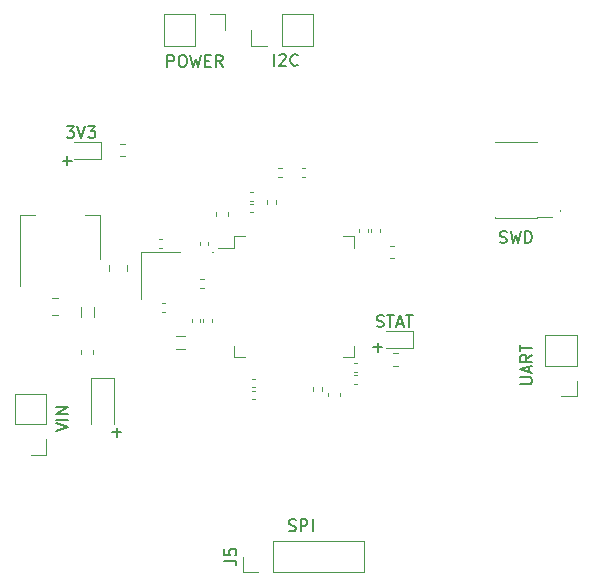
<source format=gbr>
%TF.GenerationSoftware,KiCad,Pcbnew,(6.0.7)*%
%TF.CreationDate,2023-05-29T18:59:42-07:00*%
%TF.ProjectId,STM32F4_Breakout,53544d33-3246-4345-9f42-7265616b6f75,rev?*%
%TF.SameCoordinates,Original*%
%TF.FileFunction,Legend,Top*%
%TF.FilePolarity,Positive*%
%FSLAX46Y46*%
G04 Gerber Fmt 4.6, Leading zero omitted, Abs format (unit mm)*
G04 Created by KiCad (PCBNEW (6.0.7)) date 2023-05-29 18:59:42*
%MOMM*%
%LPD*%
G01*
G04 APERTURE LIST*
%ADD10C,0.150000*%
%ADD11C,0.120000*%
G04 APERTURE END LIST*
D10*
X108000001Y-57750000D02*
G75*
G03*
X108000001Y-57750000I-1J0D01*
G01*
X78550001Y-61225000D02*
G75*
G03*
X78550001Y-61225000I-1J0D01*
G01*
X65819047Y-53471428D02*
X66580952Y-53471428D01*
X66200000Y-53852380D02*
X66200000Y-53090476D01*
X104552380Y-72395238D02*
X105361904Y-72395238D01*
X105457142Y-72347619D01*
X105504761Y-72300000D01*
X105552380Y-72204761D01*
X105552380Y-72014285D01*
X105504761Y-71919047D01*
X105457142Y-71871428D01*
X105361904Y-71823809D01*
X104552380Y-71823809D01*
X105266666Y-71395238D02*
X105266666Y-70919047D01*
X105552380Y-71490476D02*
X104552380Y-71157142D01*
X105552380Y-70823809D01*
X105552380Y-69919047D02*
X105076190Y-70252380D01*
X105552380Y-70490476D02*
X104552380Y-70490476D01*
X104552380Y-70109523D01*
X104600000Y-70014285D01*
X104647619Y-69966666D01*
X104742857Y-69919047D01*
X104885714Y-69919047D01*
X104980952Y-69966666D01*
X105028571Y-70014285D01*
X105076190Y-70109523D01*
X105076190Y-70490476D01*
X104552380Y-69633333D02*
X104552380Y-69061904D01*
X105552380Y-69347619D02*
X104552380Y-69347619D01*
X83723809Y-45452380D02*
X83723809Y-44452380D01*
X84152380Y-44547619D02*
X84200000Y-44500000D01*
X84295238Y-44452380D01*
X84533333Y-44452380D01*
X84628571Y-44500000D01*
X84676190Y-44547619D01*
X84723809Y-44642857D01*
X84723809Y-44738095D01*
X84676190Y-44880952D01*
X84104761Y-45452380D01*
X84723809Y-45452380D01*
X85723809Y-45357142D02*
X85676190Y-45404761D01*
X85533333Y-45452380D01*
X85438095Y-45452380D01*
X85295238Y-45404761D01*
X85200000Y-45309523D01*
X85152380Y-45214285D01*
X85104761Y-45023809D01*
X85104761Y-44880952D01*
X85152380Y-44690476D01*
X85200000Y-44595238D01*
X85295238Y-44500000D01*
X85438095Y-44452380D01*
X85533333Y-44452380D01*
X85676190Y-44500000D01*
X85723809Y-44547619D01*
X92423809Y-67504761D02*
X92566666Y-67552380D01*
X92804761Y-67552380D01*
X92900000Y-67504761D01*
X92947619Y-67457142D01*
X92995238Y-67361904D01*
X92995238Y-67266666D01*
X92947619Y-67171428D01*
X92900000Y-67123809D01*
X92804761Y-67076190D01*
X92614285Y-67028571D01*
X92519047Y-66980952D01*
X92471428Y-66933333D01*
X92423809Y-66838095D01*
X92423809Y-66742857D01*
X92471428Y-66647619D01*
X92519047Y-66600000D01*
X92614285Y-66552380D01*
X92852380Y-66552380D01*
X92995238Y-66600000D01*
X93280952Y-66552380D02*
X93852380Y-66552380D01*
X93566666Y-67552380D02*
X93566666Y-66552380D01*
X94138095Y-67266666D02*
X94614285Y-67266666D01*
X94042857Y-67552380D02*
X94376190Y-66552380D01*
X94709523Y-67552380D01*
X94900000Y-66552380D02*
X95471428Y-66552380D01*
X95185714Y-67552380D02*
X95185714Y-66552380D01*
X92119047Y-69271428D02*
X92880952Y-69271428D01*
X92500000Y-69652380D02*
X92500000Y-68890476D01*
X65252380Y-76395238D02*
X66252380Y-76061904D01*
X65252380Y-75728571D01*
X66252380Y-75395238D02*
X65252380Y-75395238D01*
X66252380Y-74919047D02*
X65252380Y-74919047D01*
X66252380Y-74347619D01*
X65252380Y-74347619D01*
X66161904Y-50552380D02*
X66780952Y-50552380D01*
X66447619Y-50933333D01*
X66590476Y-50933333D01*
X66685714Y-50980952D01*
X66733333Y-51028571D01*
X66780952Y-51123809D01*
X66780952Y-51361904D01*
X66733333Y-51457142D01*
X66685714Y-51504761D01*
X66590476Y-51552380D01*
X66304761Y-51552380D01*
X66209523Y-51504761D01*
X66161904Y-51457142D01*
X67066666Y-50552380D02*
X67400000Y-51552380D01*
X67733333Y-50552380D01*
X67971428Y-50552380D02*
X68590476Y-50552380D01*
X68257142Y-50933333D01*
X68400000Y-50933333D01*
X68495238Y-50980952D01*
X68542857Y-51028571D01*
X68590476Y-51123809D01*
X68590476Y-51361904D01*
X68542857Y-51457142D01*
X68495238Y-51504761D01*
X68400000Y-51552380D01*
X68114285Y-51552380D01*
X68019047Y-51504761D01*
X67971428Y-51457142D01*
X70019047Y-76471428D02*
X70780952Y-76471428D01*
X70400000Y-76852380D02*
X70400000Y-76090476D01*
X84976190Y-84804761D02*
X85119047Y-84852380D01*
X85357142Y-84852380D01*
X85452380Y-84804761D01*
X85500000Y-84757142D01*
X85547619Y-84661904D01*
X85547619Y-84566666D01*
X85500000Y-84471428D01*
X85452380Y-84423809D01*
X85357142Y-84376190D01*
X85166666Y-84328571D01*
X85071428Y-84280952D01*
X85023809Y-84233333D01*
X84976190Y-84138095D01*
X84976190Y-84042857D01*
X85023809Y-83947619D01*
X85071428Y-83900000D01*
X85166666Y-83852380D01*
X85404761Y-83852380D01*
X85547619Y-83900000D01*
X85976190Y-84852380D02*
X85976190Y-83852380D01*
X86357142Y-83852380D01*
X86452380Y-83900000D01*
X86500000Y-83947619D01*
X86547619Y-84042857D01*
X86547619Y-84185714D01*
X86500000Y-84280952D01*
X86452380Y-84328571D01*
X86357142Y-84376190D01*
X85976190Y-84376190D01*
X86976190Y-84852380D02*
X86976190Y-83852380D01*
X74690476Y-45552380D02*
X74690476Y-44552380D01*
X75071428Y-44552380D01*
X75166666Y-44600000D01*
X75214285Y-44647619D01*
X75261904Y-44742857D01*
X75261904Y-44885714D01*
X75214285Y-44980952D01*
X75166666Y-45028571D01*
X75071428Y-45076190D01*
X74690476Y-45076190D01*
X75880952Y-44552380D02*
X76071428Y-44552380D01*
X76166666Y-44600000D01*
X76261904Y-44695238D01*
X76309523Y-44885714D01*
X76309523Y-45219047D01*
X76261904Y-45409523D01*
X76166666Y-45504761D01*
X76071428Y-45552380D01*
X75880952Y-45552380D01*
X75785714Y-45504761D01*
X75690476Y-45409523D01*
X75642857Y-45219047D01*
X75642857Y-44885714D01*
X75690476Y-44695238D01*
X75785714Y-44600000D01*
X75880952Y-44552380D01*
X76642857Y-44552380D02*
X76880952Y-45552380D01*
X77071428Y-44838095D01*
X77261904Y-45552380D01*
X77500000Y-44552380D01*
X77880952Y-45028571D02*
X78214285Y-45028571D01*
X78357142Y-45552380D02*
X77880952Y-45552380D01*
X77880952Y-44552380D01*
X78357142Y-44552380D01*
X79357142Y-45552380D02*
X79023809Y-45076190D01*
X78785714Y-45552380D02*
X78785714Y-44552380D01*
X79166666Y-44552380D01*
X79261904Y-44600000D01*
X79309523Y-44647619D01*
X79357142Y-44742857D01*
X79357142Y-44885714D01*
X79309523Y-44980952D01*
X79261904Y-45028571D01*
X79166666Y-45076190D01*
X78785714Y-45076190D01*
X102842857Y-60404761D02*
X102985714Y-60452380D01*
X103223809Y-60452380D01*
X103319047Y-60404761D01*
X103366666Y-60357142D01*
X103414285Y-60261904D01*
X103414285Y-60166666D01*
X103366666Y-60071428D01*
X103319047Y-60023809D01*
X103223809Y-59976190D01*
X103033333Y-59928571D01*
X102938095Y-59880952D01*
X102890476Y-59833333D01*
X102842857Y-59738095D01*
X102842857Y-59642857D01*
X102890476Y-59547619D01*
X102938095Y-59500000D01*
X103033333Y-59452380D01*
X103271428Y-59452380D01*
X103414285Y-59500000D01*
X103747619Y-59452380D02*
X103985714Y-60452380D01*
X104176190Y-59738095D01*
X104366666Y-60452380D01*
X104604761Y-59452380D01*
X104985714Y-60452380D02*
X104985714Y-59452380D01*
X105223809Y-59452380D01*
X105366666Y-59500000D01*
X105461904Y-59595238D01*
X105509523Y-59690476D01*
X105557142Y-59880952D01*
X105557142Y-60023809D01*
X105509523Y-60214285D01*
X105461904Y-60309523D01*
X105366666Y-60404761D01*
X105223809Y-60452380D01*
X104985714Y-60452380D01*
%TO.C,J5*%
X79522380Y-87333333D02*
X80236666Y-87333333D01*
X80379523Y-87380952D01*
X80474761Y-87476190D01*
X80522380Y-87619047D01*
X80522380Y-87714285D01*
X79522380Y-86380952D02*
X79522380Y-86857142D01*
X79998571Y-86904761D01*
X79950952Y-86857142D01*
X79903333Y-86761904D01*
X79903333Y-86523809D01*
X79950952Y-86428571D01*
X79998571Y-86380952D01*
X80093809Y-86333333D01*
X80331904Y-86333333D01*
X80427142Y-86380952D01*
X80474761Y-86428571D01*
X80522380Y-86523809D01*
X80522380Y-86761904D01*
X80474761Y-86857142D01*
X80427142Y-86904761D01*
D11*
%TO.C,C17*%
X74207836Y-60140000D02*
X73992164Y-60140000D01*
X74207836Y-60860000D02*
X73992164Y-60860000D01*
%TO.C,R6*%
X77446359Y-64280000D02*
X77753641Y-64280000D01*
X77446359Y-63520000D02*
X77753641Y-63520000D01*
%TO.C,J1*%
X64430000Y-78405000D02*
X63100000Y-78405000D01*
X64430000Y-73205000D02*
X61770000Y-73205000D01*
X61770000Y-75805000D02*
X61770000Y-73205000D01*
X64430000Y-75805000D02*
X64430000Y-73205000D01*
X64430000Y-75805000D02*
X61770000Y-75805000D01*
X64430000Y-77075000D02*
X64430000Y-78405000D01*
%TO.C,C2*%
X65411252Y-65115000D02*
X64888748Y-65115000D01*
X65411252Y-66585000D02*
X64888748Y-66585000D01*
%TO.C,C11*%
X81692164Y-57140000D02*
X81907836Y-57140000D01*
X81692164Y-57860000D02*
X81907836Y-57860000D01*
%TO.C,C14*%
X78460000Y-67107836D02*
X78460000Y-66892164D01*
X77740000Y-67107836D02*
X77740000Y-66892164D01*
%TO.C,C12*%
X81712164Y-56860000D02*
X81927836Y-56860000D01*
X81712164Y-56140000D02*
X81927836Y-56140000D01*
%TO.C,C16*%
X93559420Y-60690000D02*
X93840580Y-60690000D01*
X93559420Y-61710000D02*
X93840580Y-61710000D01*
%TO.C,J4*%
X105965000Y-58335000D02*
X102435000Y-58335000D01*
X102435000Y-51930000D02*
X102435000Y-51865000D01*
X107290000Y-58270000D02*
X105965000Y-58270000D01*
X102435000Y-58335000D02*
X102435000Y-58270000D01*
X105965000Y-51865000D02*
X102435000Y-51865000D01*
X105965000Y-58335000D02*
X105965000Y-58270000D01*
X105965000Y-51930000D02*
X105965000Y-51865000D01*
%TO.C,C1*%
X71235000Y-62288748D02*
X71235000Y-62811252D01*
X69765000Y-62288748D02*
X69765000Y-62811252D01*
%TO.C,R2*%
X86046359Y-54880000D02*
X86353641Y-54880000D01*
X86046359Y-54120000D02*
X86353641Y-54120000D01*
%TO.C,D2*%
X69085000Y-53335000D02*
X69085000Y-51865000D01*
X66800000Y-53335000D02*
X69085000Y-53335000D01*
X69085000Y-51865000D02*
X66800000Y-51865000D01*
%TO.C,C5*%
X82107836Y-71940000D02*
X81892164Y-71940000D01*
X82107836Y-72660000D02*
X81892164Y-72660000D01*
%TO.C,U1*%
X69010000Y-61800000D02*
X69010000Y-58040000D01*
X69010000Y-58040000D02*
X67750000Y-58040000D01*
X62190000Y-58040000D02*
X63450000Y-58040000D01*
X62190000Y-64050000D02*
X62190000Y-58040000D01*
%TO.C,R3*%
X84353641Y-54880000D02*
X84046359Y-54880000D01*
X84353641Y-54120000D02*
X84046359Y-54120000D01*
%TO.C,J3*%
X78275000Y-41070000D02*
X79605000Y-41070000D01*
X77005000Y-41070000D02*
X77005000Y-43730000D01*
X77005000Y-41070000D02*
X74405000Y-41070000D01*
X74405000Y-41070000D02*
X74405000Y-43730000D01*
X79605000Y-41070000D02*
X79605000Y-42400000D01*
X77005000Y-43730000D02*
X74405000Y-43730000D01*
%TO.C,R7*%
X93762742Y-70822500D02*
X94237258Y-70822500D01*
X93762742Y-69777500D02*
X94237258Y-69777500D01*
%TO.C,U2*%
X80290000Y-59890000D02*
X80290000Y-60840000D01*
X90510000Y-70110000D02*
X90510000Y-69160000D01*
X90510000Y-59890000D02*
X90510000Y-60840000D01*
X89560000Y-59890000D02*
X90510000Y-59890000D01*
X81240000Y-70110000D02*
X80290000Y-70110000D01*
X80290000Y-70110000D02*
X80290000Y-69160000D01*
X89560000Y-70110000D02*
X90510000Y-70110000D01*
X81240000Y-59890000D02*
X80290000Y-59890000D01*
X80290000Y-60840000D02*
X78950000Y-60840000D01*
%TO.C,C15*%
X88290000Y-73159420D02*
X88290000Y-73440580D01*
X89310000Y-73159420D02*
X89310000Y-73440580D01*
%TO.C,C4*%
X77440000Y-60607836D02*
X77440000Y-60392164D01*
X78160000Y-60607836D02*
X78160000Y-60392164D01*
%TO.C,R4*%
X83120000Y-56846359D02*
X83120000Y-57153641D01*
X83880000Y-56846359D02*
X83880000Y-57153641D01*
%TO.C,D1*%
X68200000Y-71850000D02*
X68200000Y-75750000D01*
X70200000Y-71850000D02*
X70200000Y-75750000D01*
X70200000Y-71850000D02*
X68200000Y-71850000D01*
%TO.C,C9*%
X91660000Y-59507836D02*
X91660000Y-59292164D01*
X90940000Y-59507836D02*
X90940000Y-59292164D01*
%TO.C,R1*%
X71112258Y-52077500D02*
X70637742Y-52077500D01*
X71112258Y-53122500D02*
X70637742Y-53122500D01*
%TO.C,F1*%
X68410000Y-69812779D02*
X68410000Y-69487221D01*
X67390000Y-69812779D02*
X67390000Y-69487221D01*
%TO.C,C13*%
X77460000Y-67127836D02*
X77460000Y-66912164D01*
X76740000Y-67127836D02*
X76740000Y-66912164D01*
%TO.C,C8*%
X90512164Y-71640000D02*
X90727836Y-71640000D01*
X90512164Y-72360000D02*
X90727836Y-72360000D01*
%TO.C,J6*%
X109330000Y-73430000D02*
X108000000Y-73430000D01*
X106670000Y-70830000D02*
X106670000Y-68230000D01*
X109330000Y-70830000D02*
X109330000Y-68230000D01*
X109330000Y-72100000D02*
X109330000Y-73430000D01*
X109330000Y-70830000D02*
X106670000Y-70830000D01*
X109330000Y-68230000D02*
X106670000Y-68230000D01*
%TO.C,J5*%
X83670000Y-85670000D02*
X91350000Y-85670000D01*
X82400000Y-88330000D02*
X81070000Y-88330000D01*
X91350000Y-88330000D02*
X91350000Y-85670000D01*
X83670000Y-88330000D02*
X91350000Y-88330000D01*
X81070000Y-88330000D02*
X81070000Y-87000000D01*
X83670000Y-88330000D02*
X83670000Y-85670000D01*
%TO.C,HSE1*%
X75750000Y-61200000D02*
X72450000Y-61200000D01*
X72450000Y-61200000D02*
X72450000Y-65200000D01*
%TO.C,FB2*%
X76199622Y-69460000D02*
X75400378Y-69460000D01*
X76199622Y-68340000D02*
X75400378Y-68340000D01*
%TO.C,C7*%
X90492164Y-71360000D02*
X90707836Y-71360000D01*
X90492164Y-70640000D02*
X90707836Y-70640000D01*
%TO.C,C10*%
X91940000Y-59507836D02*
X91940000Y-59292164D01*
X92660000Y-59507836D02*
X92660000Y-59292164D01*
%TO.C,C6*%
X82107836Y-72940000D02*
X81892164Y-72940000D01*
X82107836Y-73660000D02*
X81892164Y-73660000D01*
%TO.C,D3*%
X95485000Y-67865000D02*
X93200000Y-67865000D01*
X93200000Y-69335000D02*
X95485000Y-69335000D01*
X95485000Y-69335000D02*
X95485000Y-67865000D01*
%TO.C,C18*%
X74487836Y-66260000D02*
X74272164Y-66260000D01*
X74487836Y-65540000D02*
X74272164Y-65540000D01*
%TO.C,J2*%
X81795000Y-43730000D02*
X81795000Y-42400000D01*
X83125000Y-43730000D02*
X81795000Y-43730000D01*
X84395000Y-43730000D02*
X86995000Y-43730000D01*
X84395000Y-41070000D02*
X86995000Y-41070000D01*
X84395000Y-43730000D02*
X84395000Y-41070000D01*
X86995000Y-43730000D02*
X86995000Y-41070000D01*
%TO.C,FB1*%
X68460000Y-66687122D02*
X68460000Y-65887878D01*
X67340000Y-66687122D02*
X67340000Y-65887878D01*
%TO.C,C3*%
X78790000Y-58140580D02*
X78790000Y-57859420D01*
X79810000Y-58140580D02*
X79810000Y-57859420D01*
%TO.C,R5*%
X87020000Y-72953641D02*
X87020000Y-72646359D01*
X87780000Y-72953641D02*
X87780000Y-72646359D01*
%TD*%
M02*

</source>
